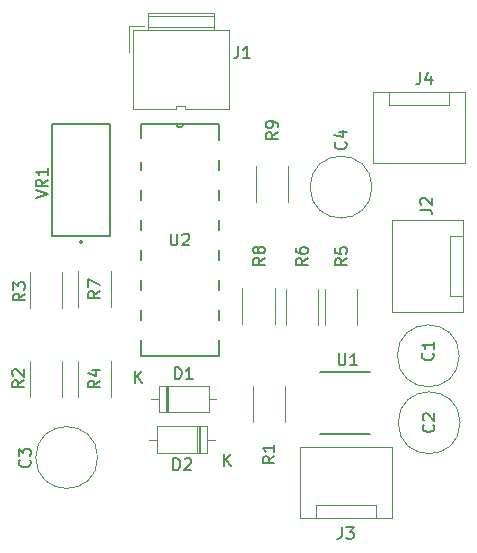
<source format=gbr>
%TF.GenerationSoftware,KiCad,Pcbnew,9.0.6*%
%TF.CreationDate,2026-01-22T12:37:59+05:30*%
%TF.ProjectId,Muscle sensor,4d757363-6c65-4207-9365-6e736f722e6b,rev?*%
%TF.SameCoordinates,Original*%
%TF.FileFunction,Legend,Top*%
%TF.FilePolarity,Positive*%
%FSLAX46Y46*%
G04 Gerber Fmt 4.6, Leading zero omitted, Abs format (unit mm)*
G04 Created by KiCad (PCBNEW 9.0.6) date 2026-01-22 12:37:59*
%MOMM*%
%LPD*%
G01*
G04 APERTURE LIST*
%ADD10C,0.150000*%
%ADD11C,0.120000*%
%ADD12C,0.152400*%
%ADD13C,0.127000*%
%ADD14C,0.200000*%
G04 APERTURE END LIST*
D10*
X158648095Y-98364819D02*
X158648095Y-97364819D01*
X159219523Y-98364819D02*
X158790952Y-97793390D01*
X159219523Y-97364819D02*
X158648095Y-97936247D01*
X151158095Y-91314819D02*
X151158095Y-90314819D01*
X151729523Y-91314819D02*
X151300952Y-90743390D01*
X151729523Y-90314819D02*
X151158095Y-90886247D01*
X165724819Y-80756666D02*
X165248628Y-81089999D01*
X165724819Y-81328094D02*
X164724819Y-81328094D01*
X164724819Y-81328094D02*
X164724819Y-80947142D01*
X164724819Y-80947142D02*
X164772438Y-80851904D01*
X164772438Y-80851904D02*
X164820057Y-80804285D01*
X164820057Y-80804285D02*
X164915295Y-80756666D01*
X164915295Y-80756666D02*
X165058152Y-80756666D01*
X165058152Y-80756666D02*
X165153390Y-80804285D01*
X165153390Y-80804285D02*
X165201009Y-80851904D01*
X165201009Y-80851904D02*
X165248628Y-80947142D01*
X165248628Y-80947142D02*
X165248628Y-81328094D01*
X164724819Y-79899523D02*
X164724819Y-80089999D01*
X164724819Y-80089999D02*
X164772438Y-80185237D01*
X164772438Y-80185237D02*
X164820057Y-80232856D01*
X164820057Y-80232856D02*
X164962914Y-80328094D01*
X164962914Y-80328094D02*
X165153390Y-80375713D01*
X165153390Y-80375713D02*
X165534342Y-80375713D01*
X165534342Y-80375713D02*
X165629580Y-80328094D01*
X165629580Y-80328094D02*
X165677200Y-80280475D01*
X165677200Y-80280475D02*
X165724819Y-80185237D01*
X165724819Y-80185237D02*
X165724819Y-79994761D01*
X165724819Y-79994761D02*
X165677200Y-79899523D01*
X165677200Y-79899523D02*
X165629580Y-79851904D01*
X165629580Y-79851904D02*
X165534342Y-79804285D01*
X165534342Y-79804285D02*
X165296247Y-79804285D01*
X165296247Y-79804285D02*
X165201009Y-79851904D01*
X165201009Y-79851904D02*
X165153390Y-79899523D01*
X165153390Y-79899523D02*
X165105771Y-79994761D01*
X165105771Y-79994761D02*
X165105771Y-80185237D01*
X165105771Y-80185237D02*
X165153390Y-80280475D01*
X165153390Y-80280475D02*
X165201009Y-80328094D01*
X165201009Y-80328094D02*
X165296247Y-80375713D01*
X148144819Y-83546666D02*
X147668628Y-83879999D01*
X148144819Y-84118094D02*
X147144819Y-84118094D01*
X147144819Y-84118094D02*
X147144819Y-83737142D01*
X147144819Y-83737142D02*
X147192438Y-83641904D01*
X147192438Y-83641904D02*
X147240057Y-83594285D01*
X147240057Y-83594285D02*
X147335295Y-83546666D01*
X147335295Y-83546666D02*
X147478152Y-83546666D01*
X147478152Y-83546666D02*
X147573390Y-83594285D01*
X147573390Y-83594285D02*
X147621009Y-83641904D01*
X147621009Y-83641904D02*
X147668628Y-83737142D01*
X147668628Y-83737142D02*
X147668628Y-84118094D01*
X147144819Y-83213332D02*
X147144819Y-82546666D01*
X147144819Y-82546666D02*
X148144819Y-82975237D01*
X163184819Y-70086666D02*
X162708628Y-70419999D01*
X163184819Y-70658094D02*
X162184819Y-70658094D01*
X162184819Y-70658094D02*
X162184819Y-70277142D01*
X162184819Y-70277142D02*
X162232438Y-70181904D01*
X162232438Y-70181904D02*
X162280057Y-70134285D01*
X162280057Y-70134285D02*
X162375295Y-70086666D01*
X162375295Y-70086666D02*
X162518152Y-70086666D01*
X162518152Y-70086666D02*
X162613390Y-70134285D01*
X162613390Y-70134285D02*
X162661009Y-70181904D01*
X162661009Y-70181904D02*
X162708628Y-70277142D01*
X162708628Y-70277142D02*
X162708628Y-70658094D01*
X163184819Y-69610475D02*
X163184819Y-69419999D01*
X163184819Y-69419999D02*
X163137200Y-69324761D01*
X163137200Y-69324761D02*
X163089580Y-69277142D01*
X163089580Y-69277142D02*
X162946723Y-69181904D01*
X162946723Y-69181904D02*
X162756247Y-69134285D01*
X162756247Y-69134285D02*
X162375295Y-69134285D01*
X162375295Y-69134285D02*
X162280057Y-69181904D01*
X162280057Y-69181904D02*
X162232438Y-69229523D01*
X162232438Y-69229523D02*
X162184819Y-69324761D01*
X162184819Y-69324761D02*
X162184819Y-69515237D01*
X162184819Y-69515237D02*
X162232438Y-69610475D01*
X162232438Y-69610475D02*
X162280057Y-69658094D01*
X162280057Y-69658094D02*
X162375295Y-69705713D01*
X162375295Y-69705713D02*
X162613390Y-69705713D01*
X162613390Y-69705713D02*
X162708628Y-69658094D01*
X162708628Y-69658094D02*
X162756247Y-69610475D01*
X162756247Y-69610475D02*
X162803866Y-69515237D01*
X162803866Y-69515237D02*
X162803866Y-69324761D01*
X162803866Y-69324761D02*
X162756247Y-69229523D01*
X162756247Y-69229523D02*
X162708628Y-69181904D01*
X162708628Y-69181904D02*
X162613390Y-69134285D01*
X175276666Y-65004819D02*
X175276666Y-65719104D01*
X175276666Y-65719104D02*
X175229047Y-65861961D01*
X175229047Y-65861961D02*
X175133809Y-65957200D01*
X175133809Y-65957200D02*
X174990952Y-66004819D01*
X174990952Y-66004819D02*
X174895714Y-66004819D01*
X176181428Y-65338152D02*
X176181428Y-66004819D01*
X175943333Y-64957200D02*
X175705238Y-65671485D01*
X175705238Y-65671485D02*
X176324285Y-65671485D01*
X169054819Y-80766666D02*
X168578628Y-81099999D01*
X169054819Y-81338094D02*
X168054819Y-81338094D01*
X168054819Y-81338094D02*
X168054819Y-80957142D01*
X168054819Y-80957142D02*
X168102438Y-80861904D01*
X168102438Y-80861904D02*
X168150057Y-80814285D01*
X168150057Y-80814285D02*
X168245295Y-80766666D01*
X168245295Y-80766666D02*
X168388152Y-80766666D01*
X168388152Y-80766666D02*
X168483390Y-80814285D01*
X168483390Y-80814285D02*
X168531009Y-80861904D01*
X168531009Y-80861904D02*
X168578628Y-80957142D01*
X168578628Y-80957142D02*
X168578628Y-81338094D01*
X168054819Y-79861904D02*
X168054819Y-80338094D01*
X168054819Y-80338094D02*
X168531009Y-80385713D01*
X168531009Y-80385713D02*
X168483390Y-80338094D01*
X168483390Y-80338094D02*
X168435771Y-80242856D01*
X168435771Y-80242856D02*
X168435771Y-80004761D01*
X168435771Y-80004761D02*
X168483390Y-79909523D01*
X168483390Y-79909523D02*
X168531009Y-79861904D01*
X168531009Y-79861904D02*
X168626247Y-79814285D01*
X168626247Y-79814285D02*
X168864342Y-79814285D01*
X168864342Y-79814285D02*
X168959580Y-79861904D01*
X168959580Y-79861904D02*
X169007200Y-79909523D01*
X169007200Y-79909523D02*
X169054819Y-80004761D01*
X169054819Y-80004761D02*
X169054819Y-80242856D01*
X169054819Y-80242856D02*
X169007200Y-80338094D01*
X169007200Y-80338094D02*
X168959580Y-80385713D01*
X168626666Y-103514819D02*
X168626666Y-104229104D01*
X168626666Y-104229104D02*
X168579047Y-104371961D01*
X168579047Y-104371961D02*
X168483809Y-104467200D01*
X168483809Y-104467200D02*
X168340952Y-104514819D01*
X168340952Y-104514819D02*
X168245714Y-104514819D01*
X169007619Y-103514819D02*
X169626666Y-103514819D01*
X169626666Y-103514819D02*
X169293333Y-103895771D01*
X169293333Y-103895771D02*
X169436190Y-103895771D01*
X169436190Y-103895771D02*
X169531428Y-103943390D01*
X169531428Y-103943390D02*
X169579047Y-103991009D01*
X169579047Y-103991009D02*
X169626666Y-104086247D01*
X169626666Y-104086247D02*
X169626666Y-104324342D01*
X169626666Y-104324342D02*
X169579047Y-104419580D01*
X169579047Y-104419580D02*
X169531428Y-104467200D01*
X169531428Y-104467200D02*
X169436190Y-104514819D01*
X169436190Y-104514819D02*
X169150476Y-104514819D01*
X169150476Y-104514819D02*
X169055238Y-104467200D01*
X169055238Y-104467200D02*
X169007619Y-104419580D01*
X142189580Y-97826666D02*
X142237200Y-97874285D01*
X142237200Y-97874285D02*
X142284819Y-98017142D01*
X142284819Y-98017142D02*
X142284819Y-98112380D01*
X142284819Y-98112380D02*
X142237200Y-98255237D01*
X142237200Y-98255237D02*
X142141961Y-98350475D01*
X142141961Y-98350475D02*
X142046723Y-98398094D01*
X142046723Y-98398094D02*
X141856247Y-98445713D01*
X141856247Y-98445713D02*
X141713390Y-98445713D01*
X141713390Y-98445713D02*
X141522914Y-98398094D01*
X141522914Y-98398094D02*
X141427676Y-98350475D01*
X141427676Y-98350475D02*
X141332438Y-98255237D01*
X141332438Y-98255237D02*
X141284819Y-98112380D01*
X141284819Y-98112380D02*
X141284819Y-98017142D01*
X141284819Y-98017142D02*
X141332438Y-97874285D01*
X141332438Y-97874285D02*
X141380057Y-97826666D01*
X141284819Y-97493332D02*
X141284819Y-96874285D01*
X141284819Y-96874285D02*
X141665771Y-97207618D01*
X141665771Y-97207618D02*
X141665771Y-97064761D01*
X141665771Y-97064761D02*
X141713390Y-96969523D01*
X141713390Y-96969523D02*
X141761009Y-96921904D01*
X141761009Y-96921904D02*
X141856247Y-96874285D01*
X141856247Y-96874285D02*
X142094342Y-96874285D01*
X142094342Y-96874285D02*
X142189580Y-96921904D01*
X142189580Y-96921904D02*
X142237200Y-96969523D01*
X142237200Y-96969523D02*
X142284819Y-97064761D01*
X142284819Y-97064761D02*
X142284819Y-97350475D01*
X142284819Y-97350475D02*
X142237200Y-97445713D01*
X142237200Y-97445713D02*
X142189580Y-97493332D01*
X175244819Y-76633333D02*
X175959104Y-76633333D01*
X175959104Y-76633333D02*
X176101961Y-76680952D01*
X176101961Y-76680952D02*
X176197200Y-76776190D01*
X176197200Y-76776190D02*
X176244819Y-76919047D01*
X176244819Y-76919047D02*
X176244819Y-77014285D01*
X175340057Y-76204761D02*
X175292438Y-76157142D01*
X175292438Y-76157142D02*
X175244819Y-76061904D01*
X175244819Y-76061904D02*
X175244819Y-75823809D01*
X175244819Y-75823809D02*
X175292438Y-75728571D01*
X175292438Y-75728571D02*
X175340057Y-75680952D01*
X175340057Y-75680952D02*
X175435295Y-75633333D01*
X175435295Y-75633333D02*
X175530533Y-75633333D01*
X175530533Y-75633333D02*
X175673390Y-75680952D01*
X175673390Y-75680952D02*
X176244819Y-76252380D01*
X176244819Y-76252380D02*
X176244819Y-75633333D01*
X154138095Y-78664819D02*
X154138095Y-79474342D01*
X154138095Y-79474342D02*
X154185714Y-79569580D01*
X154185714Y-79569580D02*
X154233333Y-79617200D01*
X154233333Y-79617200D02*
X154328571Y-79664819D01*
X154328571Y-79664819D02*
X154519047Y-79664819D01*
X154519047Y-79664819D02*
X154614285Y-79617200D01*
X154614285Y-79617200D02*
X154661904Y-79569580D01*
X154661904Y-79569580D02*
X154709523Y-79474342D01*
X154709523Y-79474342D02*
X154709523Y-78664819D01*
X155138095Y-78760057D02*
X155185714Y-78712438D01*
X155185714Y-78712438D02*
X155280952Y-78664819D01*
X155280952Y-78664819D02*
X155519047Y-78664819D01*
X155519047Y-78664819D02*
X155614285Y-78712438D01*
X155614285Y-78712438D02*
X155661904Y-78760057D01*
X155661904Y-78760057D02*
X155709523Y-78855295D01*
X155709523Y-78855295D02*
X155709523Y-78950533D01*
X155709523Y-78950533D02*
X155661904Y-79093390D01*
X155661904Y-79093390D02*
X155090476Y-79664819D01*
X155090476Y-79664819D02*
X155709523Y-79664819D01*
X168929580Y-70906666D02*
X168977200Y-70954285D01*
X168977200Y-70954285D02*
X169024819Y-71097142D01*
X169024819Y-71097142D02*
X169024819Y-71192380D01*
X169024819Y-71192380D02*
X168977200Y-71335237D01*
X168977200Y-71335237D02*
X168881961Y-71430475D01*
X168881961Y-71430475D02*
X168786723Y-71478094D01*
X168786723Y-71478094D02*
X168596247Y-71525713D01*
X168596247Y-71525713D02*
X168453390Y-71525713D01*
X168453390Y-71525713D02*
X168262914Y-71478094D01*
X168262914Y-71478094D02*
X168167676Y-71430475D01*
X168167676Y-71430475D02*
X168072438Y-71335237D01*
X168072438Y-71335237D02*
X168024819Y-71192380D01*
X168024819Y-71192380D02*
X168024819Y-71097142D01*
X168024819Y-71097142D02*
X168072438Y-70954285D01*
X168072438Y-70954285D02*
X168120057Y-70906666D01*
X168358152Y-70049523D02*
X169024819Y-70049523D01*
X167977200Y-70287618D02*
X168691485Y-70525713D01*
X168691485Y-70525713D02*
X168691485Y-69906666D01*
X162114819Y-80716666D02*
X161638628Y-81049999D01*
X162114819Y-81288094D02*
X161114819Y-81288094D01*
X161114819Y-81288094D02*
X161114819Y-80907142D01*
X161114819Y-80907142D02*
X161162438Y-80811904D01*
X161162438Y-80811904D02*
X161210057Y-80764285D01*
X161210057Y-80764285D02*
X161305295Y-80716666D01*
X161305295Y-80716666D02*
X161448152Y-80716666D01*
X161448152Y-80716666D02*
X161543390Y-80764285D01*
X161543390Y-80764285D02*
X161591009Y-80811904D01*
X161591009Y-80811904D02*
X161638628Y-80907142D01*
X161638628Y-80907142D02*
X161638628Y-81288094D01*
X161543390Y-80145237D02*
X161495771Y-80240475D01*
X161495771Y-80240475D02*
X161448152Y-80288094D01*
X161448152Y-80288094D02*
X161352914Y-80335713D01*
X161352914Y-80335713D02*
X161305295Y-80335713D01*
X161305295Y-80335713D02*
X161210057Y-80288094D01*
X161210057Y-80288094D02*
X161162438Y-80240475D01*
X161162438Y-80240475D02*
X161114819Y-80145237D01*
X161114819Y-80145237D02*
X161114819Y-79954761D01*
X161114819Y-79954761D02*
X161162438Y-79859523D01*
X161162438Y-79859523D02*
X161210057Y-79811904D01*
X161210057Y-79811904D02*
X161305295Y-79764285D01*
X161305295Y-79764285D02*
X161352914Y-79764285D01*
X161352914Y-79764285D02*
X161448152Y-79811904D01*
X161448152Y-79811904D02*
X161495771Y-79859523D01*
X161495771Y-79859523D02*
X161543390Y-79954761D01*
X161543390Y-79954761D02*
X161543390Y-80145237D01*
X161543390Y-80145237D02*
X161591009Y-80240475D01*
X161591009Y-80240475D02*
X161638628Y-80288094D01*
X161638628Y-80288094D02*
X161733866Y-80335713D01*
X161733866Y-80335713D02*
X161924342Y-80335713D01*
X161924342Y-80335713D02*
X162019580Y-80288094D01*
X162019580Y-80288094D02*
X162067200Y-80240475D01*
X162067200Y-80240475D02*
X162114819Y-80145237D01*
X162114819Y-80145237D02*
X162114819Y-79954761D01*
X162114819Y-79954761D02*
X162067200Y-79859523D01*
X162067200Y-79859523D02*
X162019580Y-79811904D01*
X162019580Y-79811904D02*
X161924342Y-79764285D01*
X161924342Y-79764285D02*
X161733866Y-79764285D01*
X161733866Y-79764285D02*
X161638628Y-79811904D01*
X161638628Y-79811904D02*
X161591009Y-79859523D01*
X161591009Y-79859523D02*
X161543390Y-79954761D01*
X148144819Y-91106666D02*
X147668628Y-91439999D01*
X148144819Y-91678094D02*
X147144819Y-91678094D01*
X147144819Y-91678094D02*
X147144819Y-91297142D01*
X147144819Y-91297142D02*
X147192438Y-91201904D01*
X147192438Y-91201904D02*
X147240057Y-91154285D01*
X147240057Y-91154285D02*
X147335295Y-91106666D01*
X147335295Y-91106666D02*
X147478152Y-91106666D01*
X147478152Y-91106666D02*
X147573390Y-91154285D01*
X147573390Y-91154285D02*
X147621009Y-91201904D01*
X147621009Y-91201904D02*
X147668628Y-91297142D01*
X147668628Y-91297142D02*
X147668628Y-91678094D01*
X147478152Y-90249523D02*
X148144819Y-90249523D01*
X147097200Y-90487618D02*
X147811485Y-90725713D01*
X147811485Y-90725713D02*
X147811485Y-90106666D01*
X159846666Y-62804819D02*
X159846666Y-63519104D01*
X159846666Y-63519104D02*
X159799047Y-63661961D01*
X159799047Y-63661961D02*
X159703809Y-63757200D01*
X159703809Y-63757200D02*
X159560952Y-63804819D01*
X159560952Y-63804819D02*
X159465714Y-63804819D01*
X160846666Y-63804819D02*
X160275238Y-63804819D01*
X160560952Y-63804819D02*
X160560952Y-62804819D01*
X160560952Y-62804819D02*
X160465714Y-62947676D01*
X160465714Y-62947676D02*
X160370476Y-63042914D01*
X160370476Y-63042914D02*
X160275238Y-63090533D01*
X154491905Y-90994819D02*
X154491905Y-89994819D01*
X154491905Y-89994819D02*
X154730000Y-89994819D01*
X154730000Y-89994819D02*
X154872857Y-90042438D01*
X154872857Y-90042438D02*
X154968095Y-90137676D01*
X154968095Y-90137676D02*
X155015714Y-90232914D01*
X155015714Y-90232914D02*
X155063333Y-90423390D01*
X155063333Y-90423390D02*
X155063333Y-90566247D01*
X155063333Y-90566247D02*
X155015714Y-90756723D01*
X155015714Y-90756723D02*
X154968095Y-90851961D01*
X154968095Y-90851961D02*
X154872857Y-90947200D01*
X154872857Y-90947200D02*
X154730000Y-90994819D01*
X154730000Y-90994819D02*
X154491905Y-90994819D01*
X156015714Y-90994819D02*
X155444286Y-90994819D01*
X155730000Y-90994819D02*
X155730000Y-89994819D01*
X155730000Y-89994819D02*
X155634762Y-90137676D01*
X155634762Y-90137676D02*
X155539524Y-90232914D01*
X155539524Y-90232914D02*
X155444286Y-90280533D01*
X154361905Y-98684819D02*
X154361905Y-97684819D01*
X154361905Y-97684819D02*
X154600000Y-97684819D01*
X154600000Y-97684819D02*
X154742857Y-97732438D01*
X154742857Y-97732438D02*
X154838095Y-97827676D01*
X154838095Y-97827676D02*
X154885714Y-97922914D01*
X154885714Y-97922914D02*
X154933333Y-98113390D01*
X154933333Y-98113390D02*
X154933333Y-98256247D01*
X154933333Y-98256247D02*
X154885714Y-98446723D01*
X154885714Y-98446723D02*
X154838095Y-98541961D01*
X154838095Y-98541961D02*
X154742857Y-98637200D01*
X154742857Y-98637200D02*
X154600000Y-98684819D01*
X154600000Y-98684819D02*
X154361905Y-98684819D01*
X155314286Y-97780057D02*
X155361905Y-97732438D01*
X155361905Y-97732438D02*
X155457143Y-97684819D01*
X155457143Y-97684819D02*
X155695238Y-97684819D01*
X155695238Y-97684819D02*
X155790476Y-97732438D01*
X155790476Y-97732438D02*
X155838095Y-97780057D01*
X155838095Y-97780057D02*
X155885714Y-97875295D01*
X155885714Y-97875295D02*
X155885714Y-97970533D01*
X155885714Y-97970533D02*
X155838095Y-98113390D01*
X155838095Y-98113390D02*
X155266667Y-98684819D01*
X155266667Y-98684819D02*
X155885714Y-98684819D01*
X168358095Y-88814819D02*
X168358095Y-89624342D01*
X168358095Y-89624342D02*
X168405714Y-89719580D01*
X168405714Y-89719580D02*
X168453333Y-89767200D01*
X168453333Y-89767200D02*
X168548571Y-89814819D01*
X168548571Y-89814819D02*
X168739047Y-89814819D01*
X168739047Y-89814819D02*
X168834285Y-89767200D01*
X168834285Y-89767200D02*
X168881904Y-89719580D01*
X168881904Y-89719580D02*
X168929523Y-89624342D01*
X168929523Y-89624342D02*
X168929523Y-88814819D01*
X169929523Y-89814819D02*
X169358095Y-89814819D01*
X169643809Y-89814819D02*
X169643809Y-88814819D01*
X169643809Y-88814819D02*
X169548571Y-88957676D01*
X169548571Y-88957676D02*
X169453333Y-89052914D01*
X169453333Y-89052914D02*
X169358095Y-89100533D01*
X162914819Y-97506666D02*
X162438628Y-97839999D01*
X162914819Y-98078094D02*
X161914819Y-98078094D01*
X161914819Y-98078094D02*
X161914819Y-97697142D01*
X161914819Y-97697142D02*
X161962438Y-97601904D01*
X161962438Y-97601904D02*
X162010057Y-97554285D01*
X162010057Y-97554285D02*
X162105295Y-97506666D01*
X162105295Y-97506666D02*
X162248152Y-97506666D01*
X162248152Y-97506666D02*
X162343390Y-97554285D01*
X162343390Y-97554285D02*
X162391009Y-97601904D01*
X162391009Y-97601904D02*
X162438628Y-97697142D01*
X162438628Y-97697142D02*
X162438628Y-98078094D01*
X162914819Y-96554285D02*
X162914819Y-97125713D01*
X162914819Y-96839999D02*
X161914819Y-96839999D01*
X161914819Y-96839999D02*
X162057676Y-96935237D01*
X162057676Y-96935237D02*
X162152914Y-97030475D01*
X162152914Y-97030475D02*
X162200533Y-97125713D01*
X176379580Y-94846666D02*
X176427200Y-94894285D01*
X176427200Y-94894285D02*
X176474819Y-95037142D01*
X176474819Y-95037142D02*
X176474819Y-95132380D01*
X176474819Y-95132380D02*
X176427200Y-95275237D01*
X176427200Y-95275237D02*
X176331961Y-95370475D01*
X176331961Y-95370475D02*
X176236723Y-95418094D01*
X176236723Y-95418094D02*
X176046247Y-95465713D01*
X176046247Y-95465713D02*
X175903390Y-95465713D01*
X175903390Y-95465713D02*
X175712914Y-95418094D01*
X175712914Y-95418094D02*
X175617676Y-95370475D01*
X175617676Y-95370475D02*
X175522438Y-95275237D01*
X175522438Y-95275237D02*
X175474819Y-95132380D01*
X175474819Y-95132380D02*
X175474819Y-95037142D01*
X175474819Y-95037142D02*
X175522438Y-94894285D01*
X175522438Y-94894285D02*
X175570057Y-94846666D01*
X175570057Y-94465713D02*
X175522438Y-94418094D01*
X175522438Y-94418094D02*
X175474819Y-94322856D01*
X175474819Y-94322856D02*
X175474819Y-94084761D01*
X175474819Y-94084761D02*
X175522438Y-93989523D01*
X175522438Y-93989523D02*
X175570057Y-93941904D01*
X175570057Y-93941904D02*
X175665295Y-93894285D01*
X175665295Y-93894285D02*
X175760533Y-93894285D01*
X175760533Y-93894285D02*
X175903390Y-93941904D01*
X175903390Y-93941904D02*
X176474819Y-94513332D01*
X176474819Y-94513332D02*
X176474819Y-93894285D01*
X141804819Y-83746666D02*
X141328628Y-84079999D01*
X141804819Y-84318094D02*
X140804819Y-84318094D01*
X140804819Y-84318094D02*
X140804819Y-83937142D01*
X140804819Y-83937142D02*
X140852438Y-83841904D01*
X140852438Y-83841904D02*
X140900057Y-83794285D01*
X140900057Y-83794285D02*
X140995295Y-83746666D01*
X140995295Y-83746666D02*
X141138152Y-83746666D01*
X141138152Y-83746666D02*
X141233390Y-83794285D01*
X141233390Y-83794285D02*
X141281009Y-83841904D01*
X141281009Y-83841904D02*
X141328628Y-83937142D01*
X141328628Y-83937142D02*
X141328628Y-84318094D01*
X140804819Y-83413332D02*
X140804819Y-82794285D01*
X140804819Y-82794285D02*
X141185771Y-83127618D01*
X141185771Y-83127618D02*
X141185771Y-82984761D01*
X141185771Y-82984761D02*
X141233390Y-82889523D01*
X141233390Y-82889523D02*
X141281009Y-82841904D01*
X141281009Y-82841904D02*
X141376247Y-82794285D01*
X141376247Y-82794285D02*
X141614342Y-82794285D01*
X141614342Y-82794285D02*
X141709580Y-82841904D01*
X141709580Y-82841904D02*
X141757200Y-82889523D01*
X141757200Y-82889523D02*
X141804819Y-82984761D01*
X141804819Y-82984761D02*
X141804819Y-83270475D01*
X141804819Y-83270475D02*
X141757200Y-83365713D01*
X141757200Y-83365713D02*
X141709580Y-83413332D01*
X141724819Y-91096666D02*
X141248628Y-91429999D01*
X141724819Y-91668094D02*
X140724819Y-91668094D01*
X140724819Y-91668094D02*
X140724819Y-91287142D01*
X140724819Y-91287142D02*
X140772438Y-91191904D01*
X140772438Y-91191904D02*
X140820057Y-91144285D01*
X140820057Y-91144285D02*
X140915295Y-91096666D01*
X140915295Y-91096666D02*
X141058152Y-91096666D01*
X141058152Y-91096666D02*
X141153390Y-91144285D01*
X141153390Y-91144285D02*
X141201009Y-91191904D01*
X141201009Y-91191904D02*
X141248628Y-91287142D01*
X141248628Y-91287142D02*
X141248628Y-91668094D01*
X140820057Y-90715713D02*
X140772438Y-90668094D01*
X140772438Y-90668094D02*
X140724819Y-90572856D01*
X140724819Y-90572856D02*
X140724819Y-90334761D01*
X140724819Y-90334761D02*
X140772438Y-90239523D01*
X140772438Y-90239523D02*
X140820057Y-90191904D01*
X140820057Y-90191904D02*
X140915295Y-90144285D01*
X140915295Y-90144285D02*
X141010533Y-90144285D01*
X141010533Y-90144285D02*
X141153390Y-90191904D01*
X141153390Y-90191904D02*
X141724819Y-90763332D01*
X141724819Y-90763332D02*
X141724819Y-90144285D01*
X142722518Y-75675132D02*
X143726801Y-75340371D01*
X143726801Y-75340371D02*
X142722518Y-75005610D01*
X143726801Y-74096973D02*
X143248571Y-74431734D01*
X143726801Y-74670849D02*
X142722518Y-74670849D01*
X142722518Y-74670849D02*
X142722518Y-74288265D01*
X142722518Y-74288265D02*
X142770341Y-74192619D01*
X142770341Y-74192619D02*
X142818164Y-74144796D01*
X142818164Y-74144796D02*
X142913810Y-74096973D01*
X142913810Y-74096973D02*
X143057279Y-74096973D01*
X143057279Y-74096973D02*
X143152925Y-74144796D01*
X143152925Y-74144796D02*
X143200748Y-74192619D01*
X143200748Y-74192619D02*
X143248571Y-74288265D01*
X143248571Y-74288265D02*
X143248571Y-74670849D01*
X143726801Y-73140513D02*
X143726801Y-73714389D01*
X143726801Y-73427451D02*
X142722518Y-73427451D01*
X142722518Y-73427451D02*
X142865987Y-73523097D01*
X142865987Y-73523097D02*
X142961633Y-73618743D01*
X142961633Y-73618743D02*
X143009456Y-73714389D01*
X176309580Y-88776666D02*
X176357200Y-88824285D01*
X176357200Y-88824285D02*
X176404819Y-88967142D01*
X176404819Y-88967142D02*
X176404819Y-89062380D01*
X176404819Y-89062380D02*
X176357200Y-89205237D01*
X176357200Y-89205237D02*
X176261961Y-89300475D01*
X176261961Y-89300475D02*
X176166723Y-89348094D01*
X176166723Y-89348094D02*
X175976247Y-89395713D01*
X175976247Y-89395713D02*
X175833390Y-89395713D01*
X175833390Y-89395713D02*
X175642914Y-89348094D01*
X175642914Y-89348094D02*
X175547676Y-89300475D01*
X175547676Y-89300475D02*
X175452438Y-89205237D01*
X175452438Y-89205237D02*
X175404819Y-89062380D01*
X175404819Y-89062380D02*
X175404819Y-88967142D01*
X175404819Y-88967142D02*
X175452438Y-88824285D01*
X175452438Y-88824285D02*
X175500057Y-88776666D01*
X176404819Y-87824285D02*
X176404819Y-88395713D01*
X176404819Y-88109999D02*
X175404819Y-88109999D01*
X175404819Y-88109999D02*
X175547676Y-88205237D01*
X175547676Y-88205237D02*
X175642914Y-88300475D01*
X175642914Y-88300475D02*
X175690533Y-88395713D01*
D11*
%TO.C,R6*%
X166620000Y-83312936D02*
X166620000Y-86367064D01*
X163900000Y-83312936D02*
X163900000Y-86367064D01*
%TO.C,R7*%
X146330000Y-84907064D02*
X146330000Y-81852936D01*
X149050000Y-84907064D02*
X149050000Y-81852936D01*
%TO.C,R9*%
X161320000Y-75987064D02*
X161320000Y-72932936D01*
X164040000Y-75987064D02*
X164040000Y-72932936D01*
%TO.C,J4*%
X171260000Y-66670000D02*
X179060000Y-66670000D01*
X171260000Y-72720000D02*
X171260000Y-66670000D01*
X172630000Y-67780000D02*
X172630000Y-66770000D01*
X177710000Y-66770000D02*
X177710000Y-67780000D01*
X177710000Y-67780000D02*
X172630000Y-67780000D01*
X179060000Y-66670000D02*
X179060000Y-72720000D01*
X179060000Y-72720000D02*
X171260000Y-72720000D01*
%TO.C,R5*%
X167230000Y-86377064D02*
X167230000Y-83322936D01*
X169950000Y-86377064D02*
X169950000Y-83322936D01*
%TO.C,J3*%
X165110000Y-96710000D02*
X172910000Y-96710000D01*
X165110000Y-102760000D02*
X165110000Y-96710000D01*
X166460000Y-101650000D02*
X171540000Y-101650000D01*
X166460000Y-102660000D02*
X166460000Y-101650000D01*
X171540000Y-101650000D02*
X171540000Y-102660000D01*
X172910000Y-96710000D02*
X172910000Y-102760000D01*
X172910000Y-102760000D02*
X165110000Y-102760000D01*
%TO.C,C3*%
X147950000Y-97620000D02*
G75*
G02*
X142710000Y-97620000I-2620000J0D01*
G01*
X142710000Y-97620000D02*
G75*
G02*
X147950000Y-97620000I2620000J0D01*
G01*
%TO.C,J2*%
X172850000Y-77490000D02*
X178900000Y-77490000D01*
X172850000Y-85290000D02*
X172850000Y-77490000D01*
X177790000Y-78860000D02*
X178800000Y-78860000D01*
X177790000Y-83940000D02*
X177790000Y-78860000D01*
X178800000Y-83940000D02*
X177790000Y-83940000D01*
X178900000Y-77490000D02*
X178900000Y-85290000D01*
X178900000Y-85290000D02*
X172850000Y-85290000D01*
D12*
%TO.C,U2*%
X151598000Y-69367500D02*
X151598000Y-70609560D01*
X151598000Y-72570440D02*
X151598000Y-73291431D01*
X151598000Y-74968569D02*
X151598000Y-75831431D01*
X151598000Y-77508569D02*
X151598000Y-78371431D01*
X151598000Y-80048569D02*
X151598000Y-80911431D01*
X151598000Y-82588569D02*
X151598000Y-83451431D01*
X151598000Y-85128569D02*
X151598000Y-85991431D01*
X151598000Y-87668569D02*
X151598000Y-89052500D01*
X151598000Y-89052500D02*
X158202000Y-89052500D01*
X158202000Y-69367500D02*
X151598000Y-69367500D01*
X158202000Y-70751431D02*
X158202000Y-69367500D01*
X158202000Y-73291431D02*
X158202000Y-72428569D01*
X158202000Y-75831431D02*
X158202000Y-74968569D01*
X158202000Y-78371431D02*
X158202000Y-77508569D01*
X158202000Y-80911431D02*
X158202000Y-80048569D01*
X158202000Y-83451431D02*
X158202000Y-82588569D01*
X158202000Y-85991431D02*
X158202000Y-85128569D01*
X158202000Y-89052500D02*
X158202000Y-87668569D01*
X155204800Y-69367500D02*
G75*
G02*
X154595200Y-69367500I-304800J0D01*
G01*
D11*
%TO.C,C4*%
X171180000Y-74730000D02*
G75*
G02*
X165940000Y-74730000I-2620000J0D01*
G01*
X165940000Y-74730000D02*
G75*
G02*
X171180000Y-74730000I2620000J0D01*
G01*
%TO.C,R8*%
X160210000Y-86337064D02*
X160210000Y-83282936D01*
X162930000Y-86337064D02*
X162930000Y-83282936D01*
%TO.C,R4*%
X146330000Y-89412936D02*
X146330000Y-92467064D01*
X149050000Y-89412936D02*
X149050000Y-92467064D01*
%TO.C,J1*%
X150572500Y-61120000D02*
X150572500Y-63320000D01*
X150912500Y-61410000D02*
X150912500Y-63320000D01*
X150912500Y-61410000D02*
X159042500Y-61410000D01*
X150912500Y-63320000D02*
X150912500Y-68150000D01*
X151872500Y-61120000D02*
X150572500Y-61120000D01*
X152182500Y-60020000D02*
X157772500Y-60020000D01*
X152182500Y-60270000D02*
X157772500Y-60270000D01*
X152182500Y-61160000D02*
X157772500Y-61160000D01*
X152182500Y-61410000D02*
X152182500Y-60020000D01*
X154592500Y-67890000D02*
X155362500Y-67890000D01*
X154592500Y-68150000D02*
X150912500Y-68150000D01*
X154592500Y-68150000D02*
X154592500Y-67890000D01*
X155362500Y-67890000D02*
X155362500Y-68150000D01*
X155362500Y-68150000D02*
X159042500Y-68150000D01*
X157772500Y-61410000D02*
X157772500Y-60020000D01*
X159042500Y-61410000D02*
X159042500Y-63320000D01*
X159042500Y-68150000D02*
X159042500Y-63320000D01*
%TO.C,D1*%
X152460000Y-92660000D02*
X153110000Y-92660000D01*
X153710000Y-91540000D02*
X153710000Y-93780000D01*
X153830000Y-91540000D02*
X153830000Y-93780000D01*
X153950000Y-91540000D02*
X153950000Y-93780000D01*
X158000000Y-92660000D02*
X157350000Y-92660000D01*
X153110000Y-91540000D02*
X157350000Y-91540000D01*
X157350000Y-93780000D01*
X153110000Y-93780000D01*
X153110000Y-91540000D01*
%TO.C,D2*%
X152330000Y-96110000D02*
X152980000Y-96110000D01*
X156380000Y-97230000D02*
X156380000Y-94990000D01*
X156500000Y-97230000D02*
X156500000Y-94990000D01*
X156620000Y-97230000D02*
X156620000Y-94990000D01*
X157870000Y-96110000D02*
X157220000Y-96110000D01*
X157220000Y-97230000D02*
X152980000Y-97230000D01*
X152980000Y-94990000D01*
X157220000Y-94990000D01*
X157220000Y-97230000D01*
D12*
%TO.C,U1*%
X166799100Y-95658900D02*
X171040900Y-95658900D01*
X171040900Y-90401100D02*
X166799100Y-90401100D01*
D11*
%TO.C,R1*%
X161080000Y-91542936D02*
X161080000Y-94597064D01*
X163800000Y-91542936D02*
X163800000Y-94597064D01*
%TO.C,C2*%
X178640000Y-94680000D02*
G75*
G02*
X173400000Y-94680000I-2620000J0D01*
G01*
X173400000Y-94680000D02*
G75*
G02*
X178640000Y-94680000I2620000J0D01*
G01*
%TO.C,R3*%
X142250000Y-84957064D02*
X142250000Y-81902936D01*
X144970000Y-84957064D02*
X144970000Y-81902936D01*
%TO.C,R2*%
X142200000Y-92467064D02*
X142200000Y-89412936D01*
X144920000Y-92467064D02*
X144920000Y-89412936D01*
D13*
%TO.C,VR1*%
X144130000Y-69355000D02*
X148960000Y-69355000D01*
X144130000Y-78885000D02*
X144130000Y-69355000D01*
X148960000Y-69355000D02*
X148960000Y-78885000D01*
X148960000Y-78885000D02*
X144130000Y-78885000D01*
D14*
X146650000Y-79370000D02*
G75*
G02*
X146450000Y-79370000I-100000J0D01*
G01*
X146450000Y-79370000D02*
G75*
G02*
X146650000Y-79370000I100000J0D01*
G01*
D11*
%TO.C,C1*%
X178570000Y-89010000D02*
G75*
G02*
X173330000Y-89010000I-2620000J0D01*
G01*
X173330000Y-89010000D02*
G75*
G02*
X178570000Y-89010000I2620000J0D01*
G01*
%TD*%
M02*

</source>
